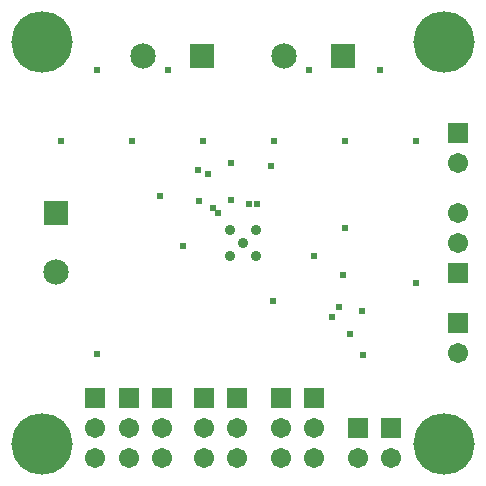
<source format=gbs>
G04*
G04 #@! TF.GenerationSoftware,Altium Limited,Altium Designer,21.7.2 (23)*
G04*
G04 Layer_Color=16711935*
%FSLAX25Y25*%
%MOIN*%
G70*
G04*
G04 #@! TF.SameCoordinates,4C6A6D40-5D94-4475-8A21-F7F3A9D7BEC8*
G04*
G04*
G04 #@! TF.FilePolarity,Negative*
G04*
G01*
G75*
%ADD24C,0.06706*%
%ADD25R,0.06706X0.06706*%
%ADD26C,0.08477*%
%ADD27R,0.08477X0.08477*%
%ADD28R,0.08477X0.08477*%
%ADD29C,0.20485*%
%ADD30C,0.02375*%
%ADD31C,0.03556*%
D24*
X116929Y6929D02*
D03*
X127953D02*
D03*
X102362D02*
D03*
Y16929D02*
D03*
X91339Y6929D02*
D03*
Y16929D02*
D03*
X76772Y6929D02*
D03*
Y16929D02*
D03*
X65748Y6929D02*
D03*
Y16929D02*
D03*
X51575Y6929D02*
D03*
Y16929D02*
D03*
X40551Y6929D02*
D03*
Y16929D02*
D03*
X29528Y6929D02*
D03*
Y16929D02*
D03*
X150394Y88740D02*
D03*
Y78740D02*
D03*
X150394Y41969D02*
D03*
Y105354D02*
D03*
D25*
X116929Y16929D02*
D03*
X127953D02*
D03*
X102362Y26929D02*
D03*
X91339D02*
D03*
X76772D02*
D03*
X65748D02*
D03*
X51575D02*
D03*
X40551D02*
D03*
X29528D02*
D03*
X150394Y68740D02*
D03*
X150394Y51968D02*
D03*
Y115354D02*
D03*
D26*
X16535Y68899D02*
D03*
X92521Y140945D02*
D03*
X45276Y140945D02*
D03*
D27*
X16535Y88584D02*
D03*
D28*
X112206Y140945D02*
D03*
X64961Y140945D02*
D03*
D29*
X11811Y11811D02*
D03*
X145669Y145669D02*
D03*
X11811D02*
D03*
X145669Y11811D02*
D03*
D30*
X136221Y112599D02*
D03*
Y65354D02*
D03*
X124409Y136221D02*
D03*
X112599Y112599D02*
D03*
X100787Y136221D02*
D03*
X88976Y112599D02*
D03*
X65354D02*
D03*
X53543Y136221D02*
D03*
X41732Y112599D02*
D03*
X29921Y136221D02*
D03*
X18110Y112599D02*
D03*
X29921Y41732D02*
D03*
X68701Y90535D02*
D03*
X70472Y88583D02*
D03*
X83465Y91732D02*
D03*
X80709D02*
D03*
X74803Y92913D02*
D03*
X63976Y92716D02*
D03*
X58858Y77559D02*
D03*
X88779Y59449D02*
D03*
X118701Y41339D02*
D03*
X110827Y57480D02*
D03*
X108465Y53937D02*
D03*
X114370Y48228D02*
D03*
X118307Y56102D02*
D03*
X88189Y104331D02*
D03*
X63779Y103150D02*
D03*
X51181Y94488D02*
D03*
X102362Y74410D02*
D03*
X112205Y68110D02*
D03*
X74803Y105512D02*
D03*
X112598Y83858D02*
D03*
X66929Y101575D02*
D03*
D31*
X74410Y74410D02*
D03*
Y83071D02*
D03*
X78740Y78740D02*
D03*
X83071Y74410D02*
D03*
Y83071D02*
D03*
M02*

</source>
